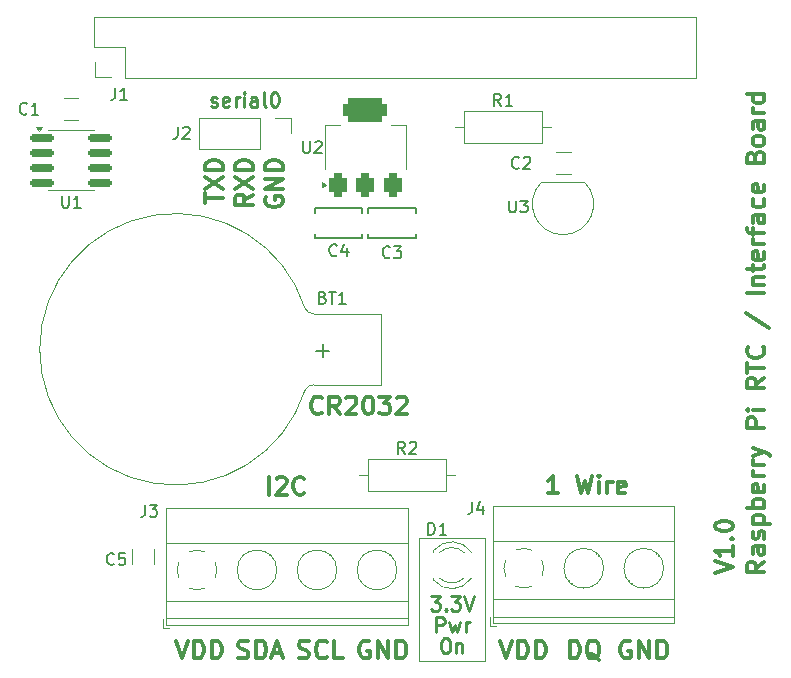
<source format=gto>
G04 #@! TF.GenerationSoftware,KiCad,Pcbnew,8.0.4*
G04 #@! TF.CreationDate,2024-07-21T17:31:12-07:00*
G04 #@! TF.ProjectId,RPi_RTC_Interface,5250695f-5254-4435-9f49-6e7465726661,V1.0*
G04 #@! TF.SameCoordinates,Original*
G04 #@! TF.FileFunction,Legend,Top*
G04 #@! TF.FilePolarity,Positive*
%FSLAX46Y46*%
G04 Gerber Fmt 4.6, Leading zero omitted, Abs format (unit mm)*
G04 Created by KiCad (PCBNEW 8.0.4) date 2024-07-21 17:31:12*
%MOMM*%
%LPD*%
G01*
G04 APERTURE LIST*
G04 Aperture macros list*
%AMRoundRect*
0 Rectangle with rounded corners*
0 $1 Rounding radius*
0 $2 $3 $4 $5 $6 $7 $8 $9 X,Y pos of 4 corners*
0 Add a 4 corners polygon primitive as box body*
4,1,4,$2,$3,$4,$5,$6,$7,$8,$9,$2,$3,0*
0 Add four circle primitives for the rounded corners*
1,1,$1+$1,$2,$3*
1,1,$1+$1,$4,$5*
1,1,$1+$1,$6,$7*
1,1,$1+$1,$8,$9*
0 Add four rect primitives between the rounded corners*
20,1,$1+$1,$2,$3,$4,$5,0*
20,1,$1+$1,$4,$5,$6,$7,0*
20,1,$1+$1,$6,$7,$8,$9,0*
20,1,$1+$1,$8,$9,$2,$3,0*%
G04 Aperture macros list end*
%ADD10C,0.100000*%
%ADD11C,0.300000*%
%ADD12C,0.250000*%
%ADD13C,0.150000*%
%ADD14C,0.120000*%
%ADD15C,0.127000*%
%ADD16R,2.600000X2.600000*%
%ADD17C,2.600000*%
%ADD18C,1.600000*%
%ADD19O,1.600000X1.600000*%
%ADD20C,2.700000*%
%ADD21R,1.700000X1.700000*%
%ADD22O,1.700000X1.700000*%
%ADD23C,1.354000*%
%ADD24RoundRect,0.375000X0.375000X-0.625000X0.375000X0.625000X-0.375000X0.625000X-0.375000X-0.625000X0*%
%ADD25RoundRect,0.500000X1.400000X-0.500000X1.400000X0.500000X-1.400000X0.500000X-1.400000X-0.500000X0*%
%ADD26R,3.000000X3.000000*%
%ADD27C,3.000000*%
%ADD28R,1.800000X1.800000*%
%ADD29C,1.800000*%
%ADD30RoundRect,0.150000X-0.825000X-0.150000X0.825000X-0.150000X0.825000X0.150000X-0.825000X0.150000X0*%
%ADD31R,1.050000X1.500000*%
%ADD32O,1.050000X1.500000*%
G04 APERTURE END LIST*
D10*
X151654000Y-128178000D02*
X157242000Y-128178000D01*
X157242000Y-138592000D01*
X151654000Y-138592000D01*
X151654000Y-128178000D01*
D11*
X143431143Y-117537471D02*
X143359715Y-117608900D01*
X143359715Y-117608900D02*
X143145429Y-117680328D01*
X143145429Y-117680328D02*
X143002572Y-117680328D01*
X143002572Y-117680328D02*
X142788286Y-117608900D01*
X142788286Y-117608900D02*
X142645429Y-117466042D01*
X142645429Y-117466042D02*
X142574000Y-117323185D01*
X142574000Y-117323185D02*
X142502572Y-117037471D01*
X142502572Y-117037471D02*
X142502572Y-116823185D01*
X142502572Y-116823185D02*
X142574000Y-116537471D01*
X142574000Y-116537471D02*
X142645429Y-116394614D01*
X142645429Y-116394614D02*
X142788286Y-116251757D01*
X142788286Y-116251757D02*
X143002572Y-116180328D01*
X143002572Y-116180328D02*
X143145429Y-116180328D01*
X143145429Y-116180328D02*
X143359715Y-116251757D01*
X143359715Y-116251757D02*
X143431143Y-116323185D01*
X144931143Y-117680328D02*
X144431143Y-116966042D01*
X144074000Y-117680328D02*
X144074000Y-116180328D01*
X144074000Y-116180328D02*
X144645429Y-116180328D01*
X144645429Y-116180328D02*
X144788286Y-116251757D01*
X144788286Y-116251757D02*
X144859715Y-116323185D01*
X144859715Y-116323185D02*
X144931143Y-116466042D01*
X144931143Y-116466042D02*
X144931143Y-116680328D01*
X144931143Y-116680328D02*
X144859715Y-116823185D01*
X144859715Y-116823185D02*
X144788286Y-116894614D01*
X144788286Y-116894614D02*
X144645429Y-116966042D01*
X144645429Y-116966042D02*
X144074000Y-116966042D01*
X145502572Y-116323185D02*
X145574000Y-116251757D01*
X145574000Y-116251757D02*
X145716858Y-116180328D01*
X145716858Y-116180328D02*
X146074000Y-116180328D01*
X146074000Y-116180328D02*
X146216858Y-116251757D01*
X146216858Y-116251757D02*
X146288286Y-116323185D01*
X146288286Y-116323185D02*
X146359715Y-116466042D01*
X146359715Y-116466042D02*
X146359715Y-116608900D01*
X146359715Y-116608900D02*
X146288286Y-116823185D01*
X146288286Y-116823185D02*
X145431143Y-117680328D01*
X145431143Y-117680328D02*
X146359715Y-117680328D01*
X147288286Y-116180328D02*
X147431143Y-116180328D01*
X147431143Y-116180328D02*
X147574000Y-116251757D01*
X147574000Y-116251757D02*
X147645429Y-116323185D01*
X147645429Y-116323185D02*
X147716857Y-116466042D01*
X147716857Y-116466042D02*
X147788286Y-116751757D01*
X147788286Y-116751757D02*
X147788286Y-117108900D01*
X147788286Y-117108900D02*
X147716857Y-117394614D01*
X147716857Y-117394614D02*
X147645429Y-117537471D01*
X147645429Y-117537471D02*
X147574000Y-117608900D01*
X147574000Y-117608900D02*
X147431143Y-117680328D01*
X147431143Y-117680328D02*
X147288286Y-117680328D01*
X147288286Y-117680328D02*
X147145429Y-117608900D01*
X147145429Y-117608900D02*
X147074000Y-117537471D01*
X147074000Y-117537471D02*
X147002571Y-117394614D01*
X147002571Y-117394614D02*
X146931143Y-117108900D01*
X146931143Y-117108900D02*
X146931143Y-116751757D01*
X146931143Y-116751757D02*
X147002571Y-116466042D01*
X147002571Y-116466042D02*
X147074000Y-116323185D01*
X147074000Y-116323185D02*
X147145429Y-116251757D01*
X147145429Y-116251757D02*
X147288286Y-116180328D01*
X148288285Y-116180328D02*
X149216857Y-116180328D01*
X149216857Y-116180328D02*
X148716857Y-116751757D01*
X148716857Y-116751757D02*
X148931142Y-116751757D01*
X148931142Y-116751757D02*
X149074000Y-116823185D01*
X149074000Y-116823185D02*
X149145428Y-116894614D01*
X149145428Y-116894614D02*
X149216857Y-117037471D01*
X149216857Y-117037471D02*
X149216857Y-117394614D01*
X149216857Y-117394614D02*
X149145428Y-117537471D01*
X149145428Y-117537471D02*
X149074000Y-117608900D01*
X149074000Y-117608900D02*
X148931142Y-117680328D01*
X148931142Y-117680328D02*
X148502571Y-117680328D01*
X148502571Y-117680328D02*
X148359714Y-117608900D01*
X148359714Y-117608900D02*
X148288285Y-117537471D01*
X149788285Y-116323185D02*
X149859713Y-116251757D01*
X149859713Y-116251757D02*
X150002571Y-116180328D01*
X150002571Y-116180328D02*
X150359713Y-116180328D01*
X150359713Y-116180328D02*
X150502571Y-116251757D01*
X150502571Y-116251757D02*
X150573999Y-116323185D01*
X150573999Y-116323185D02*
X150645428Y-116466042D01*
X150645428Y-116466042D02*
X150645428Y-116608900D01*
X150645428Y-116608900D02*
X150573999Y-116823185D01*
X150573999Y-116823185D02*
X149716856Y-117680328D01*
X149716856Y-117680328D02*
X150645428Y-117680328D01*
X147452143Y-136917757D02*
X147309286Y-136846328D01*
X147309286Y-136846328D02*
X147095000Y-136846328D01*
X147095000Y-136846328D02*
X146880714Y-136917757D01*
X146880714Y-136917757D02*
X146737857Y-137060614D01*
X146737857Y-137060614D02*
X146666428Y-137203471D01*
X146666428Y-137203471D02*
X146595000Y-137489185D01*
X146595000Y-137489185D02*
X146595000Y-137703471D01*
X146595000Y-137703471D02*
X146666428Y-137989185D01*
X146666428Y-137989185D02*
X146737857Y-138132042D01*
X146737857Y-138132042D02*
X146880714Y-138274900D01*
X146880714Y-138274900D02*
X147095000Y-138346328D01*
X147095000Y-138346328D02*
X147237857Y-138346328D01*
X147237857Y-138346328D02*
X147452143Y-138274900D01*
X147452143Y-138274900D02*
X147523571Y-138203471D01*
X147523571Y-138203471D02*
X147523571Y-137703471D01*
X147523571Y-137703471D02*
X147237857Y-137703471D01*
X148166428Y-138346328D02*
X148166428Y-136846328D01*
X148166428Y-136846328D02*
X149023571Y-138346328D01*
X149023571Y-138346328D02*
X149023571Y-136846328D01*
X149737857Y-138346328D02*
X149737857Y-136846328D01*
X149737857Y-136846328D02*
X150095000Y-136846328D01*
X150095000Y-136846328D02*
X150309286Y-136917757D01*
X150309286Y-136917757D02*
X150452143Y-137060614D01*
X150452143Y-137060614D02*
X150523572Y-137203471D01*
X150523572Y-137203471D02*
X150595000Y-137489185D01*
X150595000Y-137489185D02*
X150595000Y-137703471D01*
X150595000Y-137703471D02*
X150523572Y-137989185D01*
X150523572Y-137989185D02*
X150452143Y-138132042D01*
X150452143Y-138132042D02*
X150309286Y-138274900D01*
X150309286Y-138274900D02*
X150095000Y-138346328D01*
X150095000Y-138346328D02*
X149737857Y-138346328D01*
X176740328Y-131139774D02*
X178240328Y-130639774D01*
X178240328Y-130639774D02*
X176740328Y-130139774D01*
X178240328Y-128854060D02*
X178240328Y-129711203D01*
X178240328Y-129282632D02*
X176740328Y-129282632D01*
X176740328Y-129282632D02*
X176954614Y-129425489D01*
X176954614Y-129425489D02*
X177097471Y-129568346D01*
X177097471Y-129568346D02*
X177168900Y-129711203D01*
X178097471Y-128211204D02*
X178168900Y-128139775D01*
X178168900Y-128139775D02*
X178240328Y-128211204D01*
X178240328Y-128211204D02*
X178168900Y-128282632D01*
X178168900Y-128282632D02*
X178097471Y-128211204D01*
X178097471Y-128211204D02*
X178240328Y-128211204D01*
X176740328Y-127211203D02*
X176740328Y-127068346D01*
X176740328Y-127068346D02*
X176811757Y-126925489D01*
X176811757Y-126925489D02*
X176883185Y-126854061D01*
X176883185Y-126854061D02*
X177026042Y-126782632D01*
X177026042Y-126782632D02*
X177311757Y-126711203D01*
X177311757Y-126711203D02*
X177668900Y-126711203D01*
X177668900Y-126711203D02*
X177954614Y-126782632D01*
X177954614Y-126782632D02*
X178097471Y-126854061D01*
X178097471Y-126854061D02*
X178168900Y-126925489D01*
X178168900Y-126925489D02*
X178240328Y-127068346D01*
X178240328Y-127068346D02*
X178240328Y-127211203D01*
X178240328Y-127211203D02*
X178168900Y-127354061D01*
X178168900Y-127354061D02*
X178097471Y-127425489D01*
X178097471Y-127425489D02*
X177954614Y-127496918D01*
X177954614Y-127496918D02*
X177668900Y-127568346D01*
X177668900Y-127568346D02*
X177311757Y-127568346D01*
X177311757Y-127568346D02*
X177026042Y-127496918D01*
X177026042Y-127496918D02*
X176883185Y-127425489D01*
X176883185Y-127425489D02*
X176811757Y-127354061D01*
X176811757Y-127354061D02*
X176740328Y-127211203D01*
X180902828Y-130160346D02*
X180188542Y-130660346D01*
X180902828Y-131017489D02*
X179402828Y-131017489D01*
X179402828Y-131017489D02*
X179402828Y-130446060D01*
X179402828Y-130446060D02*
X179474257Y-130303203D01*
X179474257Y-130303203D02*
X179545685Y-130231774D01*
X179545685Y-130231774D02*
X179688542Y-130160346D01*
X179688542Y-130160346D02*
X179902828Y-130160346D01*
X179902828Y-130160346D02*
X180045685Y-130231774D01*
X180045685Y-130231774D02*
X180117114Y-130303203D01*
X180117114Y-130303203D02*
X180188542Y-130446060D01*
X180188542Y-130446060D02*
X180188542Y-131017489D01*
X180902828Y-128874632D02*
X180117114Y-128874632D01*
X180117114Y-128874632D02*
X179974257Y-128946060D01*
X179974257Y-128946060D02*
X179902828Y-129088917D01*
X179902828Y-129088917D02*
X179902828Y-129374632D01*
X179902828Y-129374632D02*
X179974257Y-129517489D01*
X180831400Y-128874632D02*
X180902828Y-129017489D01*
X180902828Y-129017489D02*
X180902828Y-129374632D01*
X180902828Y-129374632D02*
X180831400Y-129517489D01*
X180831400Y-129517489D02*
X180688542Y-129588917D01*
X180688542Y-129588917D02*
X180545685Y-129588917D01*
X180545685Y-129588917D02*
X180402828Y-129517489D01*
X180402828Y-129517489D02*
X180331400Y-129374632D01*
X180331400Y-129374632D02*
X180331400Y-129017489D01*
X180331400Y-129017489D02*
X180259971Y-128874632D01*
X180831400Y-128231774D02*
X180902828Y-128088917D01*
X180902828Y-128088917D02*
X180902828Y-127803203D01*
X180902828Y-127803203D02*
X180831400Y-127660346D01*
X180831400Y-127660346D02*
X180688542Y-127588917D01*
X180688542Y-127588917D02*
X180617114Y-127588917D01*
X180617114Y-127588917D02*
X180474257Y-127660346D01*
X180474257Y-127660346D02*
X180402828Y-127803203D01*
X180402828Y-127803203D02*
X180402828Y-128017489D01*
X180402828Y-128017489D02*
X180331400Y-128160346D01*
X180331400Y-128160346D02*
X180188542Y-128231774D01*
X180188542Y-128231774D02*
X180117114Y-128231774D01*
X180117114Y-128231774D02*
X179974257Y-128160346D01*
X179974257Y-128160346D02*
X179902828Y-128017489D01*
X179902828Y-128017489D02*
X179902828Y-127803203D01*
X179902828Y-127803203D02*
X179974257Y-127660346D01*
X179902828Y-126946060D02*
X181402828Y-126946060D01*
X179974257Y-126946060D02*
X179902828Y-126803203D01*
X179902828Y-126803203D02*
X179902828Y-126517488D01*
X179902828Y-126517488D02*
X179974257Y-126374631D01*
X179974257Y-126374631D02*
X180045685Y-126303203D01*
X180045685Y-126303203D02*
X180188542Y-126231774D01*
X180188542Y-126231774D02*
X180617114Y-126231774D01*
X180617114Y-126231774D02*
X180759971Y-126303203D01*
X180759971Y-126303203D02*
X180831400Y-126374631D01*
X180831400Y-126374631D02*
X180902828Y-126517488D01*
X180902828Y-126517488D02*
X180902828Y-126803203D01*
X180902828Y-126803203D02*
X180831400Y-126946060D01*
X180902828Y-125588917D02*
X179402828Y-125588917D01*
X179974257Y-125588917D02*
X179902828Y-125446060D01*
X179902828Y-125446060D02*
X179902828Y-125160345D01*
X179902828Y-125160345D02*
X179974257Y-125017488D01*
X179974257Y-125017488D02*
X180045685Y-124946060D01*
X180045685Y-124946060D02*
X180188542Y-124874631D01*
X180188542Y-124874631D02*
X180617114Y-124874631D01*
X180617114Y-124874631D02*
X180759971Y-124946060D01*
X180759971Y-124946060D02*
X180831400Y-125017488D01*
X180831400Y-125017488D02*
X180902828Y-125160345D01*
X180902828Y-125160345D02*
X180902828Y-125446060D01*
X180902828Y-125446060D02*
X180831400Y-125588917D01*
X180831400Y-123660345D02*
X180902828Y-123803202D01*
X180902828Y-123803202D02*
X180902828Y-124088917D01*
X180902828Y-124088917D02*
X180831400Y-124231774D01*
X180831400Y-124231774D02*
X180688542Y-124303202D01*
X180688542Y-124303202D02*
X180117114Y-124303202D01*
X180117114Y-124303202D02*
X179974257Y-124231774D01*
X179974257Y-124231774D02*
X179902828Y-124088917D01*
X179902828Y-124088917D02*
X179902828Y-123803202D01*
X179902828Y-123803202D02*
X179974257Y-123660345D01*
X179974257Y-123660345D02*
X180117114Y-123588917D01*
X180117114Y-123588917D02*
X180259971Y-123588917D01*
X180259971Y-123588917D02*
X180402828Y-124303202D01*
X180902828Y-122946060D02*
X179902828Y-122946060D01*
X180188542Y-122946060D02*
X180045685Y-122874631D01*
X180045685Y-122874631D02*
X179974257Y-122803203D01*
X179974257Y-122803203D02*
X179902828Y-122660345D01*
X179902828Y-122660345D02*
X179902828Y-122517488D01*
X180902828Y-122017489D02*
X179902828Y-122017489D01*
X180188542Y-122017489D02*
X180045685Y-121946060D01*
X180045685Y-121946060D02*
X179974257Y-121874632D01*
X179974257Y-121874632D02*
X179902828Y-121731774D01*
X179902828Y-121731774D02*
X179902828Y-121588917D01*
X179902828Y-121231775D02*
X180902828Y-120874632D01*
X179902828Y-120517489D02*
X180902828Y-120874632D01*
X180902828Y-120874632D02*
X181259971Y-121017489D01*
X181259971Y-121017489D02*
X181331400Y-121088918D01*
X181331400Y-121088918D02*
X181402828Y-121231775D01*
X180902828Y-118803204D02*
X179402828Y-118803204D01*
X179402828Y-118803204D02*
X179402828Y-118231775D01*
X179402828Y-118231775D02*
X179474257Y-118088918D01*
X179474257Y-118088918D02*
X179545685Y-118017489D01*
X179545685Y-118017489D02*
X179688542Y-117946061D01*
X179688542Y-117946061D02*
X179902828Y-117946061D01*
X179902828Y-117946061D02*
X180045685Y-118017489D01*
X180045685Y-118017489D02*
X180117114Y-118088918D01*
X180117114Y-118088918D02*
X180188542Y-118231775D01*
X180188542Y-118231775D02*
X180188542Y-118803204D01*
X180902828Y-117303204D02*
X179902828Y-117303204D01*
X179402828Y-117303204D02*
X179474257Y-117374632D01*
X179474257Y-117374632D02*
X179545685Y-117303204D01*
X179545685Y-117303204D02*
X179474257Y-117231775D01*
X179474257Y-117231775D02*
X179402828Y-117303204D01*
X179402828Y-117303204D02*
X179545685Y-117303204D01*
X180902828Y-114588918D02*
X180188542Y-115088918D01*
X180902828Y-115446061D02*
X179402828Y-115446061D01*
X179402828Y-115446061D02*
X179402828Y-114874632D01*
X179402828Y-114874632D02*
X179474257Y-114731775D01*
X179474257Y-114731775D02*
X179545685Y-114660346D01*
X179545685Y-114660346D02*
X179688542Y-114588918D01*
X179688542Y-114588918D02*
X179902828Y-114588918D01*
X179902828Y-114588918D02*
X180045685Y-114660346D01*
X180045685Y-114660346D02*
X180117114Y-114731775D01*
X180117114Y-114731775D02*
X180188542Y-114874632D01*
X180188542Y-114874632D02*
X180188542Y-115446061D01*
X179402828Y-114160346D02*
X179402828Y-113303204D01*
X180902828Y-113731775D02*
X179402828Y-113731775D01*
X180759971Y-111946061D02*
X180831400Y-112017489D01*
X180831400Y-112017489D02*
X180902828Y-112231775D01*
X180902828Y-112231775D02*
X180902828Y-112374632D01*
X180902828Y-112374632D02*
X180831400Y-112588918D01*
X180831400Y-112588918D02*
X180688542Y-112731775D01*
X180688542Y-112731775D02*
X180545685Y-112803204D01*
X180545685Y-112803204D02*
X180259971Y-112874632D01*
X180259971Y-112874632D02*
X180045685Y-112874632D01*
X180045685Y-112874632D02*
X179759971Y-112803204D01*
X179759971Y-112803204D02*
X179617114Y-112731775D01*
X179617114Y-112731775D02*
X179474257Y-112588918D01*
X179474257Y-112588918D02*
X179402828Y-112374632D01*
X179402828Y-112374632D02*
X179402828Y-112231775D01*
X179402828Y-112231775D02*
X179474257Y-112017489D01*
X179474257Y-112017489D02*
X179545685Y-111946061D01*
X179331400Y-109088918D02*
X181259971Y-110374632D01*
X180902828Y-107446061D02*
X179402828Y-107446061D01*
X179902828Y-106731775D02*
X180902828Y-106731775D01*
X180045685Y-106731775D02*
X179974257Y-106660346D01*
X179974257Y-106660346D02*
X179902828Y-106517489D01*
X179902828Y-106517489D02*
X179902828Y-106303203D01*
X179902828Y-106303203D02*
X179974257Y-106160346D01*
X179974257Y-106160346D02*
X180117114Y-106088918D01*
X180117114Y-106088918D02*
X180902828Y-106088918D01*
X179902828Y-105588917D02*
X179902828Y-105017489D01*
X179402828Y-105374632D02*
X180688542Y-105374632D01*
X180688542Y-105374632D02*
X180831400Y-105303203D01*
X180831400Y-105303203D02*
X180902828Y-105160346D01*
X180902828Y-105160346D02*
X180902828Y-105017489D01*
X180831400Y-103946060D02*
X180902828Y-104088917D01*
X180902828Y-104088917D02*
X180902828Y-104374632D01*
X180902828Y-104374632D02*
X180831400Y-104517489D01*
X180831400Y-104517489D02*
X180688542Y-104588917D01*
X180688542Y-104588917D02*
X180117114Y-104588917D01*
X180117114Y-104588917D02*
X179974257Y-104517489D01*
X179974257Y-104517489D02*
X179902828Y-104374632D01*
X179902828Y-104374632D02*
X179902828Y-104088917D01*
X179902828Y-104088917D02*
X179974257Y-103946060D01*
X179974257Y-103946060D02*
X180117114Y-103874632D01*
X180117114Y-103874632D02*
X180259971Y-103874632D01*
X180259971Y-103874632D02*
X180402828Y-104588917D01*
X180902828Y-103231775D02*
X179902828Y-103231775D01*
X180188542Y-103231775D02*
X180045685Y-103160346D01*
X180045685Y-103160346D02*
X179974257Y-103088918D01*
X179974257Y-103088918D02*
X179902828Y-102946060D01*
X179902828Y-102946060D02*
X179902828Y-102803203D01*
X179902828Y-102517489D02*
X179902828Y-101946061D01*
X180902828Y-102303204D02*
X179617114Y-102303204D01*
X179617114Y-102303204D02*
X179474257Y-102231775D01*
X179474257Y-102231775D02*
X179402828Y-102088918D01*
X179402828Y-102088918D02*
X179402828Y-101946061D01*
X180902828Y-100803204D02*
X180117114Y-100803204D01*
X180117114Y-100803204D02*
X179974257Y-100874632D01*
X179974257Y-100874632D02*
X179902828Y-101017489D01*
X179902828Y-101017489D02*
X179902828Y-101303204D01*
X179902828Y-101303204D02*
X179974257Y-101446061D01*
X180831400Y-100803204D02*
X180902828Y-100946061D01*
X180902828Y-100946061D02*
X180902828Y-101303204D01*
X180902828Y-101303204D02*
X180831400Y-101446061D01*
X180831400Y-101446061D02*
X180688542Y-101517489D01*
X180688542Y-101517489D02*
X180545685Y-101517489D01*
X180545685Y-101517489D02*
X180402828Y-101446061D01*
X180402828Y-101446061D02*
X180331400Y-101303204D01*
X180331400Y-101303204D02*
X180331400Y-100946061D01*
X180331400Y-100946061D02*
X180259971Y-100803204D01*
X180831400Y-99446061D02*
X180902828Y-99588918D01*
X180902828Y-99588918D02*
X180902828Y-99874632D01*
X180902828Y-99874632D02*
X180831400Y-100017489D01*
X180831400Y-100017489D02*
X180759971Y-100088918D01*
X180759971Y-100088918D02*
X180617114Y-100160346D01*
X180617114Y-100160346D02*
X180188542Y-100160346D01*
X180188542Y-100160346D02*
X180045685Y-100088918D01*
X180045685Y-100088918D02*
X179974257Y-100017489D01*
X179974257Y-100017489D02*
X179902828Y-99874632D01*
X179902828Y-99874632D02*
X179902828Y-99588918D01*
X179902828Y-99588918D02*
X179974257Y-99446061D01*
X180831400Y-98231775D02*
X180902828Y-98374632D01*
X180902828Y-98374632D02*
X180902828Y-98660347D01*
X180902828Y-98660347D02*
X180831400Y-98803204D01*
X180831400Y-98803204D02*
X180688542Y-98874632D01*
X180688542Y-98874632D02*
X180117114Y-98874632D01*
X180117114Y-98874632D02*
X179974257Y-98803204D01*
X179974257Y-98803204D02*
X179902828Y-98660347D01*
X179902828Y-98660347D02*
X179902828Y-98374632D01*
X179902828Y-98374632D02*
X179974257Y-98231775D01*
X179974257Y-98231775D02*
X180117114Y-98160347D01*
X180117114Y-98160347D02*
X180259971Y-98160347D01*
X180259971Y-98160347D02*
X180402828Y-98874632D01*
X180117114Y-95874633D02*
X180188542Y-95660347D01*
X180188542Y-95660347D02*
X180259971Y-95588918D01*
X180259971Y-95588918D02*
X180402828Y-95517490D01*
X180402828Y-95517490D02*
X180617114Y-95517490D01*
X180617114Y-95517490D02*
X180759971Y-95588918D01*
X180759971Y-95588918D02*
X180831400Y-95660347D01*
X180831400Y-95660347D02*
X180902828Y-95803204D01*
X180902828Y-95803204D02*
X180902828Y-96374633D01*
X180902828Y-96374633D02*
X179402828Y-96374633D01*
X179402828Y-96374633D02*
X179402828Y-95874633D01*
X179402828Y-95874633D02*
X179474257Y-95731776D01*
X179474257Y-95731776D02*
X179545685Y-95660347D01*
X179545685Y-95660347D02*
X179688542Y-95588918D01*
X179688542Y-95588918D02*
X179831400Y-95588918D01*
X179831400Y-95588918D02*
X179974257Y-95660347D01*
X179974257Y-95660347D02*
X180045685Y-95731776D01*
X180045685Y-95731776D02*
X180117114Y-95874633D01*
X180117114Y-95874633D02*
X180117114Y-96374633D01*
X180902828Y-94660347D02*
X180831400Y-94803204D01*
X180831400Y-94803204D02*
X180759971Y-94874633D01*
X180759971Y-94874633D02*
X180617114Y-94946061D01*
X180617114Y-94946061D02*
X180188542Y-94946061D01*
X180188542Y-94946061D02*
X180045685Y-94874633D01*
X180045685Y-94874633D02*
X179974257Y-94803204D01*
X179974257Y-94803204D02*
X179902828Y-94660347D01*
X179902828Y-94660347D02*
X179902828Y-94446061D01*
X179902828Y-94446061D02*
X179974257Y-94303204D01*
X179974257Y-94303204D02*
X180045685Y-94231776D01*
X180045685Y-94231776D02*
X180188542Y-94160347D01*
X180188542Y-94160347D02*
X180617114Y-94160347D01*
X180617114Y-94160347D02*
X180759971Y-94231776D01*
X180759971Y-94231776D02*
X180831400Y-94303204D01*
X180831400Y-94303204D02*
X180902828Y-94446061D01*
X180902828Y-94446061D02*
X180902828Y-94660347D01*
X180902828Y-92874633D02*
X180117114Y-92874633D01*
X180117114Y-92874633D02*
X179974257Y-92946061D01*
X179974257Y-92946061D02*
X179902828Y-93088918D01*
X179902828Y-93088918D02*
X179902828Y-93374633D01*
X179902828Y-93374633D02*
X179974257Y-93517490D01*
X180831400Y-92874633D02*
X180902828Y-93017490D01*
X180902828Y-93017490D02*
X180902828Y-93374633D01*
X180902828Y-93374633D02*
X180831400Y-93517490D01*
X180831400Y-93517490D02*
X180688542Y-93588918D01*
X180688542Y-93588918D02*
X180545685Y-93588918D01*
X180545685Y-93588918D02*
X180402828Y-93517490D01*
X180402828Y-93517490D02*
X180331400Y-93374633D01*
X180331400Y-93374633D02*
X180331400Y-93017490D01*
X180331400Y-93017490D02*
X180259971Y-92874633D01*
X180902828Y-92160347D02*
X179902828Y-92160347D01*
X180188542Y-92160347D02*
X180045685Y-92088918D01*
X180045685Y-92088918D02*
X179974257Y-92017490D01*
X179974257Y-92017490D02*
X179902828Y-91874632D01*
X179902828Y-91874632D02*
X179902828Y-91731775D01*
X180902828Y-90588919D02*
X179402828Y-90588919D01*
X180831400Y-90588919D02*
X180902828Y-90731776D01*
X180902828Y-90731776D02*
X180902828Y-91017490D01*
X180902828Y-91017490D02*
X180831400Y-91160347D01*
X180831400Y-91160347D02*
X180759971Y-91231776D01*
X180759971Y-91231776D02*
X180617114Y-91303204D01*
X180617114Y-91303204D02*
X180188542Y-91303204D01*
X180188542Y-91303204D02*
X180045685Y-91231776D01*
X180045685Y-91231776D02*
X179974257Y-91160347D01*
X179974257Y-91160347D02*
X179902828Y-91017490D01*
X179902828Y-91017490D02*
X179902828Y-90731776D01*
X179902828Y-90731776D02*
X179974257Y-90588919D01*
X131101000Y-136846328D02*
X131601000Y-138346328D01*
X131601000Y-138346328D02*
X132101000Y-136846328D01*
X132600999Y-138346328D02*
X132600999Y-136846328D01*
X132600999Y-136846328D02*
X132958142Y-136846328D01*
X132958142Y-136846328D02*
X133172428Y-136917757D01*
X133172428Y-136917757D02*
X133315285Y-137060614D01*
X133315285Y-137060614D02*
X133386714Y-137203471D01*
X133386714Y-137203471D02*
X133458142Y-137489185D01*
X133458142Y-137489185D02*
X133458142Y-137703471D01*
X133458142Y-137703471D02*
X133386714Y-137989185D01*
X133386714Y-137989185D02*
X133315285Y-138132042D01*
X133315285Y-138132042D02*
X133172428Y-138274900D01*
X133172428Y-138274900D02*
X132958142Y-138346328D01*
X132958142Y-138346328D02*
X132600999Y-138346328D01*
X134100999Y-138346328D02*
X134100999Y-136846328D01*
X134100999Y-136846328D02*
X134458142Y-136846328D01*
X134458142Y-136846328D02*
X134672428Y-136917757D01*
X134672428Y-136917757D02*
X134815285Y-137060614D01*
X134815285Y-137060614D02*
X134886714Y-137203471D01*
X134886714Y-137203471D02*
X134958142Y-137489185D01*
X134958142Y-137489185D02*
X134958142Y-137703471D01*
X134958142Y-137703471D02*
X134886714Y-137989185D01*
X134886714Y-137989185D02*
X134815285Y-138132042D01*
X134815285Y-138132042D02*
X134672428Y-138274900D01*
X134672428Y-138274900D02*
X134458142Y-138346328D01*
X134458142Y-138346328D02*
X134100999Y-138346328D01*
X158528000Y-136846328D02*
X159028000Y-138346328D01*
X159028000Y-138346328D02*
X159528000Y-136846328D01*
X160027999Y-138346328D02*
X160027999Y-136846328D01*
X160027999Y-136846328D02*
X160385142Y-136846328D01*
X160385142Y-136846328D02*
X160599428Y-136917757D01*
X160599428Y-136917757D02*
X160742285Y-137060614D01*
X160742285Y-137060614D02*
X160813714Y-137203471D01*
X160813714Y-137203471D02*
X160885142Y-137489185D01*
X160885142Y-137489185D02*
X160885142Y-137703471D01*
X160885142Y-137703471D02*
X160813714Y-137989185D01*
X160813714Y-137989185D02*
X160742285Y-138132042D01*
X160742285Y-138132042D02*
X160599428Y-138274900D01*
X160599428Y-138274900D02*
X160385142Y-138346328D01*
X160385142Y-138346328D02*
X160027999Y-138346328D01*
X161527999Y-138346328D02*
X161527999Y-136846328D01*
X161527999Y-136846328D02*
X161885142Y-136846328D01*
X161885142Y-136846328D02*
X162099428Y-136917757D01*
X162099428Y-136917757D02*
X162242285Y-137060614D01*
X162242285Y-137060614D02*
X162313714Y-137203471D01*
X162313714Y-137203471D02*
X162385142Y-137489185D01*
X162385142Y-137489185D02*
X162385142Y-137703471D01*
X162385142Y-137703471D02*
X162313714Y-137989185D01*
X162313714Y-137989185D02*
X162242285Y-138132042D01*
X162242285Y-138132042D02*
X162099428Y-138274900D01*
X162099428Y-138274900D02*
X161885142Y-138346328D01*
X161885142Y-138346328D02*
X161527999Y-138346328D01*
D12*
X153133714Y-136086142D02*
X153133714Y-134886142D01*
X153133714Y-134886142D02*
X153590857Y-134886142D01*
X153590857Y-134886142D02*
X153705142Y-134943285D01*
X153705142Y-134943285D02*
X153762285Y-135000428D01*
X153762285Y-135000428D02*
X153819428Y-135114714D01*
X153819428Y-135114714D02*
X153819428Y-135286142D01*
X153819428Y-135286142D02*
X153762285Y-135400428D01*
X153762285Y-135400428D02*
X153705142Y-135457571D01*
X153705142Y-135457571D02*
X153590857Y-135514714D01*
X153590857Y-135514714D02*
X153133714Y-135514714D01*
X154219428Y-135286142D02*
X154448000Y-136086142D01*
X154448000Y-136086142D02*
X154676571Y-135514714D01*
X154676571Y-135514714D02*
X154905142Y-136086142D01*
X154905142Y-136086142D02*
X155133714Y-135286142D01*
X155590857Y-136086142D02*
X155590857Y-135286142D01*
X155590857Y-135514714D02*
X155648000Y-135400428D01*
X155648000Y-135400428D02*
X155705143Y-135343285D01*
X155705143Y-135343285D02*
X155819428Y-135286142D01*
X155819428Y-135286142D02*
X155933714Y-135286142D01*
D11*
X138696757Y-99291939D02*
X138625328Y-99434797D01*
X138625328Y-99434797D02*
X138625328Y-99649082D01*
X138625328Y-99649082D02*
X138696757Y-99863368D01*
X138696757Y-99863368D02*
X138839614Y-100006225D01*
X138839614Y-100006225D02*
X138982471Y-100077654D01*
X138982471Y-100077654D02*
X139268185Y-100149082D01*
X139268185Y-100149082D02*
X139482471Y-100149082D01*
X139482471Y-100149082D02*
X139768185Y-100077654D01*
X139768185Y-100077654D02*
X139911042Y-100006225D01*
X139911042Y-100006225D02*
X140053900Y-99863368D01*
X140053900Y-99863368D02*
X140125328Y-99649082D01*
X140125328Y-99649082D02*
X140125328Y-99506225D01*
X140125328Y-99506225D02*
X140053900Y-99291939D01*
X140053900Y-99291939D02*
X139982471Y-99220511D01*
X139982471Y-99220511D02*
X139482471Y-99220511D01*
X139482471Y-99220511D02*
X139482471Y-99506225D01*
X140125328Y-98577654D02*
X138625328Y-98577654D01*
X138625328Y-98577654D02*
X140125328Y-97720511D01*
X140125328Y-97720511D02*
X138625328Y-97720511D01*
X140125328Y-97006225D02*
X138625328Y-97006225D01*
X138625328Y-97006225D02*
X138625328Y-96649082D01*
X138625328Y-96649082D02*
X138696757Y-96434796D01*
X138696757Y-96434796D02*
X138839614Y-96291939D01*
X138839614Y-96291939D02*
X138982471Y-96220510D01*
X138982471Y-96220510D02*
X139268185Y-96149082D01*
X139268185Y-96149082D02*
X139482471Y-96149082D01*
X139482471Y-96149082D02*
X139768185Y-96220510D01*
X139768185Y-96220510D02*
X139911042Y-96291939D01*
X139911042Y-96291939D02*
X140053900Y-96434796D01*
X140053900Y-96434796D02*
X140125328Y-96649082D01*
X140125328Y-96649082D02*
X140125328Y-97006225D01*
X138945714Y-124478328D02*
X138945714Y-122978328D01*
X139588572Y-123121185D02*
X139660000Y-123049757D01*
X139660000Y-123049757D02*
X139802858Y-122978328D01*
X139802858Y-122978328D02*
X140160000Y-122978328D01*
X140160000Y-122978328D02*
X140302858Y-123049757D01*
X140302858Y-123049757D02*
X140374286Y-123121185D01*
X140374286Y-123121185D02*
X140445715Y-123264042D01*
X140445715Y-123264042D02*
X140445715Y-123406900D01*
X140445715Y-123406900D02*
X140374286Y-123621185D01*
X140374286Y-123621185D02*
X139517143Y-124478328D01*
X139517143Y-124478328D02*
X140445715Y-124478328D01*
X141945714Y-124335471D02*
X141874286Y-124406900D01*
X141874286Y-124406900D02*
X141660000Y-124478328D01*
X141660000Y-124478328D02*
X141517143Y-124478328D01*
X141517143Y-124478328D02*
X141302857Y-124406900D01*
X141302857Y-124406900D02*
X141160000Y-124264042D01*
X141160000Y-124264042D02*
X141088571Y-124121185D01*
X141088571Y-124121185D02*
X141017143Y-123835471D01*
X141017143Y-123835471D02*
X141017143Y-123621185D01*
X141017143Y-123621185D02*
X141088571Y-123335471D01*
X141088571Y-123335471D02*
X141160000Y-123192614D01*
X141160000Y-123192614D02*
X141302857Y-123049757D01*
X141302857Y-123049757D02*
X141517143Y-122978328D01*
X141517143Y-122978328D02*
X141660000Y-122978328D01*
X141660000Y-122978328D02*
X141874286Y-123049757D01*
X141874286Y-123049757D02*
X141945714Y-123121185D01*
X133545328Y-99791938D02*
X133545328Y-98934796D01*
X135045328Y-99363367D02*
X133545328Y-99363367D01*
X133545328Y-98577653D02*
X135045328Y-97577653D01*
X133545328Y-97577653D02*
X135045328Y-98577653D01*
X135045328Y-97006225D02*
X133545328Y-97006225D01*
X133545328Y-97006225D02*
X133545328Y-96649082D01*
X133545328Y-96649082D02*
X133616757Y-96434796D01*
X133616757Y-96434796D02*
X133759614Y-96291939D01*
X133759614Y-96291939D02*
X133902471Y-96220510D01*
X133902471Y-96220510D02*
X134188185Y-96149082D01*
X134188185Y-96149082D02*
X134402471Y-96149082D01*
X134402471Y-96149082D02*
X134688185Y-96220510D01*
X134688185Y-96220510D02*
X134831042Y-96291939D01*
X134831042Y-96291939D02*
X134973900Y-96434796D01*
X134973900Y-96434796D02*
X135045328Y-96649082D01*
X135045328Y-96649082D02*
X135045328Y-97006225D01*
D12*
X134064857Y-91579000D02*
X134179143Y-91636142D01*
X134179143Y-91636142D02*
X134407714Y-91636142D01*
X134407714Y-91636142D02*
X134522000Y-91579000D01*
X134522000Y-91579000D02*
X134579143Y-91464714D01*
X134579143Y-91464714D02*
X134579143Y-91407571D01*
X134579143Y-91407571D02*
X134522000Y-91293285D01*
X134522000Y-91293285D02*
X134407714Y-91236142D01*
X134407714Y-91236142D02*
X134236286Y-91236142D01*
X134236286Y-91236142D02*
X134122000Y-91179000D01*
X134122000Y-91179000D02*
X134064857Y-91064714D01*
X134064857Y-91064714D02*
X134064857Y-91007571D01*
X134064857Y-91007571D02*
X134122000Y-90893285D01*
X134122000Y-90893285D02*
X134236286Y-90836142D01*
X134236286Y-90836142D02*
X134407714Y-90836142D01*
X134407714Y-90836142D02*
X134522000Y-90893285D01*
X135550572Y-91579000D02*
X135436286Y-91636142D01*
X135436286Y-91636142D02*
X135207715Y-91636142D01*
X135207715Y-91636142D02*
X135093429Y-91579000D01*
X135093429Y-91579000D02*
X135036286Y-91464714D01*
X135036286Y-91464714D02*
X135036286Y-91007571D01*
X135036286Y-91007571D02*
X135093429Y-90893285D01*
X135093429Y-90893285D02*
X135207715Y-90836142D01*
X135207715Y-90836142D02*
X135436286Y-90836142D01*
X135436286Y-90836142D02*
X135550572Y-90893285D01*
X135550572Y-90893285D02*
X135607715Y-91007571D01*
X135607715Y-91007571D02*
X135607715Y-91121857D01*
X135607715Y-91121857D02*
X135036286Y-91236142D01*
X136122000Y-91636142D02*
X136122000Y-90836142D01*
X136122000Y-91064714D02*
X136179143Y-90950428D01*
X136179143Y-90950428D02*
X136236286Y-90893285D01*
X136236286Y-90893285D02*
X136350571Y-90836142D01*
X136350571Y-90836142D02*
X136464857Y-90836142D01*
X136864857Y-91636142D02*
X136864857Y-90836142D01*
X136864857Y-90436142D02*
X136807714Y-90493285D01*
X136807714Y-90493285D02*
X136864857Y-90550428D01*
X136864857Y-90550428D02*
X136922000Y-90493285D01*
X136922000Y-90493285D02*
X136864857Y-90436142D01*
X136864857Y-90436142D02*
X136864857Y-90550428D01*
X137950572Y-91636142D02*
X137950572Y-91007571D01*
X137950572Y-91007571D02*
X137893429Y-90893285D01*
X137893429Y-90893285D02*
X137779143Y-90836142D01*
X137779143Y-90836142D02*
X137550572Y-90836142D01*
X137550572Y-90836142D02*
X137436286Y-90893285D01*
X137950572Y-91579000D02*
X137836286Y-91636142D01*
X137836286Y-91636142D02*
X137550572Y-91636142D01*
X137550572Y-91636142D02*
X137436286Y-91579000D01*
X137436286Y-91579000D02*
X137379143Y-91464714D01*
X137379143Y-91464714D02*
X137379143Y-91350428D01*
X137379143Y-91350428D02*
X137436286Y-91236142D01*
X137436286Y-91236142D02*
X137550572Y-91179000D01*
X137550572Y-91179000D02*
X137836286Y-91179000D01*
X137836286Y-91179000D02*
X137950572Y-91121857D01*
X138693428Y-91636142D02*
X138579143Y-91579000D01*
X138579143Y-91579000D02*
X138522000Y-91464714D01*
X138522000Y-91464714D02*
X138522000Y-90436142D01*
X139379142Y-90436142D02*
X139493428Y-90436142D01*
X139493428Y-90436142D02*
X139607714Y-90493285D01*
X139607714Y-90493285D02*
X139664857Y-90550428D01*
X139664857Y-90550428D02*
X139721999Y-90664714D01*
X139721999Y-90664714D02*
X139779142Y-90893285D01*
X139779142Y-90893285D02*
X139779142Y-91179000D01*
X139779142Y-91179000D02*
X139721999Y-91407571D01*
X139721999Y-91407571D02*
X139664857Y-91521857D01*
X139664857Y-91521857D02*
X139607714Y-91579000D01*
X139607714Y-91579000D02*
X139493428Y-91636142D01*
X139493428Y-91636142D02*
X139379142Y-91636142D01*
X139379142Y-91636142D02*
X139264857Y-91579000D01*
X139264857Y-91579000D02*
X139207714Y-91521857D01*
X139207714Y-91521857D02*
X139150571Y-91407571D01*
X139150571Y-91407571D02*
X139093428Y-91179000D01*
X139093428Y-91179000D02*
X139093428Y-90893285D01*
X139093428Y-90893285D02*
X139150571Y-90664714D01*
X139150571Y-90664714D02*
X139207714Y-90550428D01*
X139207714Y-90550428D02*
X139264857Y-90493285D01*
X139264857Y-90493285D02*
X139379142Y-90436142D01*
D11*
X137585328Y-99077653D02*
X136871042Y-99577653D01*
X137585328Y-99934796D02*
X136085328Y-99934796D01*
X136085328Y-99934796D02*
X136085328Y-99363367D01*
X136085328Y-99363367D02*
X136156757Y-99220510D01*
X136156757Y-99220510D02*
X136228185Y-99149081D01*
X136228185Y-99149081D02*
X136371042Y-99077653D01*
X136371042Y-99077653D02*
X136585328Y-99077653D01*
X136585328Y-99077653D02*
X136728185Y-99149081D01*
X136728185Y-99149081D02*
X136799614Y-99220510D01*
X136799614Y-99220510D02*
X136871042Y-99363367D01*
X136871042Y-99363367D02*
X136871042Y-99934796D01*
X136085328Y-98577653D02*
X137585328Y-97577653D01*
X136085328Y-97577653D02*
X137585328Y-98577653D01*
X137585328Y-97006225D02*
X136085328Y-97006225D01*
X136085328Y-97006225D02*
X136085328Y-96649082D01*
X136085328Y-96649082D02*
X136156757Y-96434796D01*
X136156757Y-96434796D02*
X136299614Y-96291939D01*
X136299614Y-96291939D02*
X136442471Y-96220510D01*
X136442471Y-96220510D02*
X136728185Y-96149082D01*
X136728185Y-96149082D02*
X136942471Y-96149082D01*
X136942471Y-96149082D02*
X137228185Y-96220510D01*
X137228185Y-96220510D02*
X137371042Y-96291939D01*
X137371042Y-96291939D02*
X137513900Y-96434796D01*
X137513900Y-96434796D02*
X137585328Y-96649082D01*
X137585328Y-96649082D02*
X137585328Y-97006225D01*
D12*
X153790857Y-136664142D02*
X154019429Y-136664142D01*
X154019429Y-136664142D02*
X154133714Y-136721285D01*
X154133714Y-136721285D02*
X154248000Y-136835571D01*
X154248000Y-136835571D02*
X154305143Y-137064142D01*
X154305143Y-137064142D02*
X154305143Y-137464142D01*
X154305143Y-137464142D02*
X154248000Y-137692714D01*
X154248000Y-137692714D02*
X154133714Y-137807000D01*
X154133714Y-137807000D02*
X154019429Y-137864142D01*
X154019429Y-137864142D02*
X153790857Y-137864142D01*
X153790857Y-137864142D02*
X153676572Y-137807000D01*
X153676572Y-137807000D02*
X153562286Y-137692714D01*
X153562286Y-137692714D02*
X153505143Y-137464142D01*
X153505143Y-137464142D02*
X153505143Y-137064142D01*
X153505143Y-137064142D02*
X153562286Y-136835571D01*
X153562286Y-136835571D02*
X153676572Y-136721285D01*
X153676572Y-136721285D02*
X153790857Y-136664142D01*
X154819429Y-137064142D02*
X154819429Y-137864142D01*
X154819429Y-137178428D02*
X154876572Y-137121285D01*
X154876572Y-137121285D02*
X154990857Y-137064142D01*
X154990857Y-137064142D02*
X155162286Y-137064142D01*
X155162286Y-137064142D02*
X155276572Y-137121285D01*
X155276572Y-137121285D02*
X155333715Y-137235571D01*
X155333715Y-137235571D02*
X155333715Y-137864142D01*
D11*
X136359572Y-138274900D02*
X136573858Y-138346328D01*
X136573858Y-138346328D02*
X136931000Y-138346328D01*
X136931000Y-138346328D02*
X137073858Y-138274900D01*
X137073858Y-138274900D02*
X137145286Y-138203471D01*
X137145286Y-138203471D02*
X137216715Y-138060614D01*
X137216715Y-138060614D02*
X137216715Y-137917757D01*
X137216715Y-137917757D02*
X137145286Y-137774900D01*
X137145286Y-137774900D02*
X137073858Y-137703471D01*
X137073858Y-137703471D02*
X136931000Y-137632042D01*
X136931000Y-137632042D02*
X136645286Y-137560614D01*
X136645286Y-137560614D02*
X136502429Y-137489185D01*
X136502429Y-137489185D02*
X136431000Y-137417757D01*
X136431000Y-137417757D02*
X136359572Y-137274900D01*
X136359572Y-137274900D02*
X136359572Y-137132042D01*
X136359572Y-137132042D02*
X136431000Y-136989185D01*
X136431000Y-136989185D02*
X136502429Y-136917757D01*
X136502429Y-136917757D02*
X136645286Y-136846328D01*
X136645286Y-136846328D02*
X137002429Y-136846328D01*
X137002429Y-136846328D02*
X137216715Y-136917757D01*
X137859571Y-138346328D02*
X137859571Y-136846328D01*
X137859571Y-136846328D02*
X138216714Y-136846328D01*
X138216714Y-136846328D02*
X138431000Y-136917757D01*
X138431000Y-136917757D02*
X138573857Y-137060614D01*
X138573857Y-137060614D02*
X138645286Y-137203471D01*
X138645286Y-137203471D02*
X138716714Y-137489185D01*
X138716714Y-137489185D02*
X138716714Y-137703471D01*
X138716714Y-137703471D02*
X138645286Y-137989185D01*
X138645286Y-137989185D02*
X138573857Y-138132042D01*
X138573857Y-138132042D02*
X138431000Y-138274900D01*
X138431000Y-138274900D02*
X138216714Y-138346328D01*
X138216714Y-138346328D02*
X137859571Y-138346328D01*
X139288143Y-137917757D02*
X140002429Y-137917757D01*
X139145286Y-138346328D02*
X139645286Y-136846328D01*
X139645286Y-136846328D02*
X140145286Y-138346328D01*
X141475286Y-138274900D02*
X141689572Y-138346328D01*
X141689572Y-138346328D02*
X142046714Y-138346328D01*
X142046714Y-138346328D02*
X142189572Y-138274900D01*
X142189572Y-138274900D02*
X142261000Y-138203471D01*
X142261000Y-138203471D02*
X142332429Y-138060614D01*
X142332429Y-138060614D02*
X142332429Y-137917757D01*
X142332429Y-137917757D02*
X142261000Y-137774900D01*
X142261000Y-137774900D02*
X142189572Y-137703471D01*
X142189572Y-137703471D02*
X142046714Y-137632042D01*
X142046714Y-137632042D02*
X141761000Y-137560614D01*
X141761000Y-137560614D02*
X141618143Y-137489185D01*
X141618143Y-137489185D02*
X141546714Y-137417757D01*
X141546714Y-137417757D02*
X141475286Y-137274900D01*
X141475286Y-137274900D02*
X141475286Y-137132042D01*
X141475286Y-137132042D02*
X141546714Y-136989185D01*
X141546714Y-136989185D02*
X141618143Y-136917757D01*
X141618143Y-136917757D02*
X141761000Y-136846328D01*
X141761000Y-136846328D02*
X142118143Y-136846328D01*
X142118143Y-136846328D02*
X142332429Y-136917757D01*
X143832428Y-138203471D02*
X143761000Y-138274900D01*
X143761000Y-138274900D02*
X143546714Y-138346328D01*
X143546714Y-138346328D02*
X143403857Y-138346328D01*
X143403857Y-138346328D02*
X143189571Y-138274900D01*
X143189571Y-138274900D02*
X143046714Y-138132042D01*
X143046714Y-138132042D02*
X142975285Y-137989185D01*
X142975285Y-137989185D02*
X142903857Y-137703471D01*
X142903857Y-137703471D02*
X142903857Y-137489185D01*
X142903857Y-137489185D02*
X142975285Y-137203471D01*
X142975285Y-137203471D02*
X143046714Y-137060614D01*
X143046714Y-137060614D02*
X143189571Y-136917757D01*
X143189571Y-136917757D02*
X143403857Y-136846328D01*
X143403857Y-136846328D02*
X143546714Y-136846328D01*
X143546714Y-136846328D02*
X143761000Y-136917757D01*
X143761000Y-136917757D02*
X143832428Y-136989185D01*
X145189571Y-138346328D02*
X144475285Y-138346328D01*
X144475285Y-138346328D02*
X144475285Y-136846328D01*
X169545143Y-136917757D02*
X169402286Y-136846328D01*
X169402286Y-136846328D02*
X169188000Y-136846328D01*
X169188000Y-136846328D02*
X168973714Y-136917757D01*
X168973714Y-136917757D02*
X168830857Y-137060614D01*
X168830857Y-137060614D02*
X168759428Y-137203471D01*
X168759428Y-137203471D02*
X168688000Y-137489185D01*
X168688000Y-137489185D02*
X168688000Y-137703471D01*
X168688000Y-137703471D02*
X168759428Y-137989185D01*
X168759428Y-137989185D02*
X168830857Y-138132042D01*
X168830857Y-138132042D02*
X168973714Y-138274900D01*
X168973714Y-138274900D02*
X169188000Y-138346328D01*
X169188000Y-138346328D02*
X169330857Y-138346328D01*
X169330857Y-138346328D02*
X169545143Y-138274900D01*
X169545143Y-138274900D02*
X169616571Y-138203471D01*
X169616571Y-138203471D02*
X169616571Y-137703471D01*
X169616571Y-137703471D02*
X169330857Y-137703471D01*
X170259428Y-138346328D02*
X170259428Y-136846328D01*
X170259428Y-136846328D02*
X171116571Y-138346328D01*
X171116571Y-138346328D02*
X171116571Y-136846328D01*
X171830857Y-138346328D02*
X171830857Y-136846328D01*
X171830857Y-136846328D02*
X172188000Y-136846328D01*
X172188000Y-136846328D02*
X172402286Y-136917757D01*
X172402286Y-136917757D02*
X172545143Y-137060614D01*
X172545143Y-137060614D02*
X172616572Y-137203471D01*
X172616572Y-137203471D02*
X172688000Y-137489185D01*
X172688000Y-137489185D02*
X172688000Y-137703471D01*
X172688000Y-137703471D02*
X172616572Y-137989185D01*
X172616572Y-137989185D02*
X172545143Y-138132042D01*
X172545143Y-138132042D02*
X172402286Y-138274900D01*
X172402286Y-138274900D02*
X172188000Y-138346328D01*
X172188000Y-138346328D02*
X171830857Y-138346328D01*
D12*
X152676571Y-133108142D02*
X153419428Y-133108142D01*
X153419428Y-133108142D02*
X153019428Y-133565285D01*
X153019428Y-133565285D02*
X153190857Y-133565285D01*
X153190857Y-133565285D02*
X153305143Y-133622428D01*
X153305143Y-133622428D02*
X153362285Y-133679571D01*
X153362285Y-133679571D02*
X153419428Y-133793857D01*
X153419428Y-133793857D02*
X153419428Y-134079571D01*
X153419428Y-134079571D02*
X153362285Y-134193857D01*
X153362285Y-134193857D02*
X153305143Y-134251000D01*
X153305143Y-134251000D02*
X153190857Y-134308142D01*
X153190857Y-134308142D02*
X152848000Y-134308142D01*
X152848000Y-134308142D02*
X152733714Y-134251000D01*
X152733714Y-134251000D02*
X152676571Y-134193857D01*
X153933714Y-134193857D02*
X153990857Y-134251000D01*
X153990857Y-134251000D02*
X153933714Y-134308142D01*
X153933714Y-134308142D02*
X153876571Y-134251000D01*
X153876571Y-134251000D02*
X153933714Y-134193857D01*
X153933714Y-134193857D02*
X153933714Y-134308142D01*
X154390857Y-133108142D02*
X155133714Y-133108142D01*
X155133714Y-133108142D02*
X154733714Y-133565285D01*
X154733714Y-133565285D02*
X154905143Y-133565285D01*
X154905143Y-133565285D02*
X155019429Y-133622428D01*
X155019429Y-133622428D02*
X155076571Y-133679571D01*
X155076571Y-133679571D02*
X155133714Y-133793857D01*
X155133714Y-133793857D02*
X155133714Y-134079571D01*
X155133714Y-134079571D02*
X155076571Y-134193857D01*
X155076571Y-134193857D02*
X155019429Y-134251000D01*
X155019429Y-134251000D02*
X154905143Y-134308142D01*
X154905143Y-134308142D02*
X154562286Y-134308142D01*
X154562286Y-134308142D02*
X154448000Y-134251000D01*
X154448000Y-134251000D02*
X154390857Y-134193857D01*
X155476571Y-133108142D02*
X155876571Y-134308142D01*
X155876571Y-134308142D02*
X156276571Y-133108142D01*
D11*
X164429428Y-138346328D02*
X164429428Y-136846328D01*
X164429428Y-136846328D02*
X164786571Y-136846328D01*
X164786571Y-136846328D02*
X165000857Y-136917757D01*
X165000857Y-136917757D02*
X165143714Y-137060614D01*
X165143714Y-137060614D02*
X165215143Y-137203471D01*
X165215143Y-137203471D02*
X165286571Y-137489185D01*
X165286571Y-137489185D02*
X165286571Y-137703471D01*
X165286571Y-137703471D02*
X165215143Y-137989185D01*
X165215143Y-137989185D02*
X165143714Y-138132042D01*
X165143714Y-138132042D02*
X165000857Y-138274900D01*
X165000857Y-138274900D02*
X164786571Y-138346328D01*
X164786571Y-138346328D02*
X164429428Y-138346328D01*
X166929428Y-138489185D02*
X166786571Y-138417757D01*
X166786571Y-138417757D02*
X166643714Y-138274900D01*
X166643714Y-138274900D02*
X166429428Y-138060614D01*
X166429428Y-138060614D02*
X166286571Y-137989185D01*
X166286571Y-137989185D02*
X166143714Y-137989185D01*
X166215143Y-138346328D02*
X166072286Y-138274900D01*
X166072286Y-138274900D02*
X165929428Y-138132042D01*
X165929428Y-138132042D02*
X165858000Y-137846328D01*
X165858000Y-137846328D02*
X165858000Y-137346328D01*
X165858000Y-137346328D02*
X165929428Y-137060614D01*
X165929428Y-137060614D02*
X166072286Y-136917757D01*
X166072286Y-136917757D02*
X166215143Y-136846328D01*
X166215143Y-136846328D02*
X166500857Y-136846328D01*
X166500857Y-136846328D02*
X166643714Y-136917757D01*
X166643714Y-136917757D02*
X166786571Y-137060614D01*
X166786571Y-137060614D02*
X166858000Y-137346328D01*
X166858000Y-137346328D02*
X166858000Y-137846328D01*
X166858000Y-137846328D02*
X166786571Y-138132042D01*
X166786571Y-138132042D02*
X166643714Y-138274900D01*
X166643714Y-138274900D02*
X166500857Y-138346328D01*
X166500857Y-138346328D02*
X166215143Y-138346328D01*
X163397715Y-124376328D02*
X162540572Y-124376328D01*
X162969143Y-124376328D02*
X162969143Y-122876328D01*
X162969143Y-122876328D02*
X162826286Y-123090614D01*
X162826286Y-123090614D02*
X162683429Y-123233471D01*
X162683429Y-123233471D02*
X162540572Y-123304900D01*
X165040571Y-122876328D02*
X165397714Y-124376328D01*
X165397714Y-124376328D02*
X165683428Y-123304900D01*
X165683428Y-123304900D02*
X165969143Y-124376328D01*
X165969143Y-124376328D02*
X166326286Y-122876328D01*
X166897714Y-124376328D02*
X166897714Y-123376328D01*
X166897714Y-122876328D02*
X166826286Y-122947757D01*
X166826286Y-122947757D02*
X166897714Y-123019185D01*
X166897714Y-123019185D02*
X166969143Y-122947757D01*
X166969143Y-122947757D02*
X166897714Y-122876328D01*
X166897714Y-122876328D02*
X166897714Y-123019185D01*
X167612000Y-124376328D02*
X167612000Y-123376328D01*
X167612000Y-123662042D02*
X167683429Y-123519185D01*
X167683429Y-123519185D02*
X167754858Y-123447757D01*
X167754858Y-123447757D02*
X167897715Y-123376328D01*
X167897715Y-123376328D02*
X168040572Y-123376328D01*
X169112000Y-124304900D02*
X168969143Y-124376328D01*
X168969143Y-124376328D02*
X168683429Y-124376328D01*
X168683429Y-124376328D02*
X168540571Y-124304900D01*
X168540571Y-124304900D02*
X168469143Y-124162042D01*
X168469143Y-124162042D02*
X168469143Y-123590614D01*
X168469143Y-123590614D02*
X168540571Y-123447757D01*
X168540571Y-123447757D02*
X168683429Y-123376328D01*
X168683429Y-123376328D02*
X168969143Y-123376328D01*
X168969143Y-123376328D02*
X169112000Y-123447757D01*
X169112000Y-123447757D02*
X169183429Y-123590614D01*
X169183429Y-123590614D02*
X169183429Y-123733471D01*
X169183429Y-123733471D02*
X168469143Y-123876328D01*
D13*
X156146666Y-125092819D02*
X156146666Y-125807104D01*
X156146666Y-125807104D02*
X156099047Y-125949961D01*
X156099047Y-125949961D02*
X156003809Y-126045200D01*
X156003809Y-126045200D02*
X155860952Y-126092819D01*
X155860952Y-126092819D02*
X155765714Y-126092819D01*
X157051428Y-125426152D02*
X157051428Y-126092819D01*
X156813333Y-125045200D02*
X156575238Y-125759485D01*
X156575238Y-125759485D02*
X157194285Y-125759485D01*
X158599333Y-91548819D02*
X158266000Y-91072628D01*
X158027905Y-91548819D02*
X158027905Y-90548819D01*
X158027905Y-90548819D02*
X158408857Y-90548819D01*
X158408857Y-90548819D02*
X158504095Y-90596438D01*
X158504095Y-90596438D02*
X158551714Y-90644057D01*
X158551714Y-90644057D02*
X158599333Y-90739295D01*
X158599333Y-90739295D02*
X158599333Y-90882152D01*
X158599333Y-90882152D02*
X158551714Y-90977390D01*
X158551714Y-90977390D02*
X158504095Y-91025009D01*
X158504095Y-91025009D02*
X158408857Y-91072628D01*
X158408857Y-91072628D02*
X158027905Y-91072628D01*
X159551714Y-91548819D02*
X158980286Y-91548819D01*
X159266000Y-91548819D02*
X159266000Y-90548819D01*
X159266000Y-90548819D02*
X159170762Y-90691676D01*
X159170762Y-90691676D02*
X159075524Y-90786914D01*
X159075524Y-90786914D02*
X158980286Y-90834533D01*
X131239666Y-93342819D02*
X131239666Y-94057104D01*
X131239666Y-94057104D02*
X131192047Y-94199961D01*
X131192047Y-94199961D02*
X131096809Y-94295200D01*
X131096809Y-94295200D02*
X130953952Y-94342819D01*
X130953952Y-94342819D02*
X130858714Y-94342819D01*
X131668238Y-93438057D02*
X131715857Y-93390438D01*
X131715857Y-93390438D02*
X131811095Y-93342819D01*
X131811095Y-93342819D02*
X132049190Y-93342819D01*
X132049190Y-93342819D02*
X132144428Y-93390438D01*
X132144428Y-93390438D02*
X132192047Y-93438057D01*
X132192047Y-93438057D02*
X132239666Y-93533295D01*
X132239666Y-93533295D02*
X132239666Y-93628533D01*
X132239666Y-93628533D02*
X132192047Y-93771390D01*
X132192047Y-93771390D02*
X131620619Y-94342819D01*
X131620619Y-94342819D02*
X132239666Y-94342819D01*
X160123333Y-96787580D02*
X160075714Y-96835200D01*
X160075714Y-96835200D02*
X159932857Y-96882819D01*
X159932857Y-96882819D02*
X159837619Y-96882819D01*
X159837619Y-96882819D02*
X159694762Y-96835200D01*
X159694762Y-96835200D02*
X159599524Y-96739961D01*
X159599524Y-96739961D02*
X159551905Y-96644723D01*
X159551905Y-96644723D02*
X159504286Y-96454247D01*
X159504286Y-96454247D02*
X159504286Y-96311390D01*
X159504286Y-96311390D02*
X159551905Y-96120914D01*
X159551905Y-96120914D02*
X159599524Y-96025676D01*
X159599524Y-96025676D02*
X159694762Y-95930438D01*
X159694762Y-95930438D02*
X159837619Y-95882819D01*
X159837619Y-95882819D02*
X159932857Y-95882819D01*
X159932857Y-95882819D02*
X160075714Y-95930438D01*
X160075714Y-95930438D02*
X160123333Y-95978057D01*
X160504286Y-95978057D02*
X160551905Y-95930438D01*
X160551905Y-95930438D02*
X160647143Y-95882819D01*
X160647143Y-95882819D02*
X160885238Y-95882819D01*
X160885238Y-95882819D02*
X160980476Y-95930438D01*
X160980476Y-95930438D02*
X161028095Y-95978057D01*
X161028095Y-95978057D02*
X161075714Y-96073295D01*
X161075714Y-96073295D02*
X161075714Y-96168533D01*
X161075714Y-96168533D02*
X161028095Y-96311390D01*
X161028095Y-96311390D02*
X160456667Y-96882819D01*
X160456667Y-96882819D02*
X161075714Y-96882819D01*
X149193333Y-104367580D02*
X149145714Y-104415200D01*
X149145714Y-104415200D02*
X149002857Y-104462819D01*
X149002857Y-104462819D02*
X148907619Y-104462819D01*
X148907619Y-104462819D02*
X148764762Y-104415200D01*
X148764762Y-104415200D02*
X148669524Y-104319961D01*
X148669524Y-104319961D02*
X148621905Y-104224723D01*
X148621905Y-104224723D02*
X148574286Y-104034247D01*
X148574286Y-104034247D02*
X148574286Y-103891390D01*
X148574286Y-103891390D02*
X148621905Y-103700914D01*
X148621905Y-103700914D02*
X148669524Y-103605676D01*
X148669524Y-103605676D02*
X148764762Y-103510438D01*
X148764762Y-103510438D02*
X148907619Y-103462819D01*
X148907619Y-103462819D02*
X149002857Y-103462819D01*
X149002857Y-103462819D02*
X149145714Y-103510438D01*
X149145714Y-103510438D02*
X149193333Y-103558057D01*
X149526667Y-103462819D02*
X150145714Y-103462819D01*
X150145714Y-103462819D02*
X149812381Y-103843771D01*
X149812381Y-103843771D02*
X149955238Y-103843771D01*
X149955238Y-103843771D02*
X150050476Y-103891390D01*
X150050476Y-103891390D02*
X150098095Y-103939009D01*
X150098095Y-103939009D02*
X150145714Y-104034247D01*
X150145714Y-104034247D02*
X150145714Y-104272342D01*
X150145714Y-104272342D02*
X150098095Y-104367580D01*
X150098095Y-104367580D02*
X150050476Y-104415200D01*
X150050476Y-104415200D02*
X149955238Y-104462819D01*
X149955238Y-104462819D02*
X149669524Y-104462819D01*
X149669524Y-104462819D02*
X149574286Y-104415200D01*
X149574286Y-104415200D02*
X149526667Y-104367580D01*
X118467333Y-92213580D02*
X118419714Y-92261200D01*
X118419714Y-92261200D02*
X118276857Y-92308819D01*
X118276857Y-92308819D02*
X118181619Y-92308819D01*
X118181619Y-92308819D02*
X118038762Y-92261200D01*
X118038762Y-92261200D02*
X117943524Y-92165961D01*
X117943524Y-92165961D02*
X117895905Y-92070723D01*
X117895905Y-92070723D02*
X117848286Y-91880247D01*
X117848286Y-91880247D02*
X117848286Y-91737390D01*
X117848286Y-91737390D02*
X117895905Y-91546914D01*
X117895905Y-91546914D02*
X117943524Y-91451676D01*
X117943524Y-91451676D02*
X118038762Y-91356438D01*
X118038762Y-91356438D02*
X118181619Y-91308819D01*
X118181619Y-91308819D02*
X118276857Y-91308819D01*
X118276857Y-91308819D02*
X118419714Y-91356438D01*
X118419714Y-91356438D02*
X118467333Y-91404057D01*
X119419714Y-92308819D02*
X118848286Y-92308819D01*
X119134000Y-92308819D02*
X119134000Y-91308819D01*
X119134000Y-91308819D02*
X119038762Y-91451676D01*
X119038762Y-91451676D02*
X118943524Y-91546914D01*
X118943524Y-91546914D02*
X118848286Y-91594533D01*
X125920666Y-90040819D02*
X125920666Y-90755104D01*
X125920666Y-90755104D02*
X125873047Y-90897961D01*
X125873047Y-90897961D02*
X125777809Y-90993200D01*
X125777809Y-90993200D02*
X125634952Y-91040819D01*
X125634952Y-91040819D02*
X125539714Y-91040819D01*
X126920666Y-91040819D02*
X126349238Y-91040819D01*
X126634952Y-91040819D02*
X126634952Y-90040819D01*
X126634952Y-90040819D02*
X126539714Y-90183676D01*
X126539714Y-90183676D02*
X126444476Y-90278914D01*
X126444476Y-90278914D02*
X126349238Y-90326533D01*
X128460666Y-125346819D02*
X128460666Y-126061104D01*
X128460666Y-126061104D02*
X128413047Y-126203961D01*
X128413047Y-126203961D02*
X128317809Y-126299200D01*
X128317809Y-126299200D02*
X128174952Y-126346819D01*
X128174952Y-126346819D02*
X128079714Y-126346819D01*
X128841619Y-125346819D02*
X129460666Y-125346819D01*
X129460666Y-125346819D02*
X129127333Y-125727771D01*
X129127333Y-125727771D02*
X129270190Y-125727771D01*
X129270190Y-125727771D02*
X129365428Y-125775390D01*
X129365428Y-125775390D02*
X129413047Y-125823009D01*
X129413047Y-125823009D02*
X129460666Y-125918247D01*
X129460666Y-125918247D02*
X129460666Y-126156342D01*
X129460666Y-126156342D02*
X129413047Y-126251580D01*
X129413047Y-126251580D02*
X129365428Y-126299200D01*
X129365428Y-126299200D02*
X129270190Y-126346819D01*
X129270190Y-126346819D02*
X128984476Y-126346819D01*
X128984476Y-126346819D02*
X128889238Y-126299200D01*
X128889238Y-126299200D02*
X128841619Y-126251580D01*
X141848095Y-94554819D02*
X141848095Y-95364342D01*
X141848095Y-95364342D02*
X141895714Y-95459580D01*
X141895714Y-95459580D02*
X141943333Y-95507200D01*
X141943333Y-95507200D02*
X142038571Y-95554819D01*
X142038571Y-95554819D02*
X142229047Y-95554819D01*
X142229047Y-95554819D02*
X142324285Y-95507200D01*
X142324285Y-95507200D02*
X142371904Y-95459580D01*
X142371904Y-95459580D02*
X142419523Y-95364342D01*
X142419523Y-95364342D02*
X142419523Y-94554819D01*
X142848095Y-94650057D02*
X142895714Y-94602438D01*
X142895714Y-94602438D02*
X142990952Y-94554819D01*
X142990952Y-94554819D02*
X143229047Y-94554819D01*
X143229047Y-94554819D02*
X143324285Y-94602438D01*
X143324285Y-94602438D02*
X143371904Y-94650057D01*
X143371904Y-94650057D02*
X143419523Y-94745295D01*
X143419523Y-94745295D02*
X143419523Y-94840533D01*
X143419523Y-94840533D02*
X143371904Y-94983390D01*
X143371904Y-94983390D02*
X142800476Y-95554819D01*
X142800476Y-95554819D02*
X143419523Y-95554819D01*
X143502285Y-107789009D02*
X143645142Y-107836628D01*
X143645142Y-107836628D02*
X143692761Y-107884247D01*
X143692761Y-107884247D02*
X143740380Y-107979485D01*
X143740380Y-107979485D02*
X143740380Y-108122342D01*
X143740380Y-108122342D02*
X143692761Y-108217580D01*
X143692761Y-108217580D02*
X143645142Y-108265200D01*
X143645142Y-108265200D02*
X143549904Y-108312819D01*
X143549904Y-108312819D02*
X143168952Y-108312819D01*
X143168952Y-108312819D02*
X143168952Y-107312819D01*
X143168952Y-107312819D02*
X143502285Y-107312819D01*
X143502285Y-107312819D02*
X143597523Y-107360438D01*
X143597523Y-107360438D02*
X143645142Y-107408057D01*
X143645142Y-107408057D02*
X143692761Y-107503295D01*
X143692761Y-107503295D02*
X143692761Y-107598533D01*
X143692761Y-107598533D02*
X143645142Y-107693771D01*
X143645142Y-107693771D02*
X143597523Y-107741390D01*
X143597523Y-107741390D02*
X143502285Y-107789009D01*
X143502285Y-107789009D02*
X143168952Y-107789009D01*
X144026095Y-107312819D02*
X144597523Y-107312819D01*
X144311809Y-108312819D02*
X144311809Y-107312819D01*
X145454666Y-108312819D02*
X144883238Y-108312819D01*
X145168952Y-108312819D02*
X145168952Y-107312819D01*
X145168952Y-107312819D02*
X145073714Y-107455676D01*
X145073714Y-107455676D02*
X144978476Y-107550914D01*
X144978476Y-107550914D02*
X144883238Y-107598533D01*
X142914571Y-112290700D02*
X144057429Y-112290700D01*
X143486000Y-112862128D02*
X143486000Y-111719271D01*
X144693333Y-104202580D02*
X144645714Y-104250200D01*
X144645714Y-104250200D02*
X144502857Y-104297819D01*
X144502857Y-104297819D02*
X144407619Y-104297819D01*
X144407619Y-104297819D02*
X144264762Y-104250200D01*
X144264762Y-104250200D02*
X144169524Y-104154961D01*
X144169524Y-104154961D02*
X144121905Y-104059723D01*
X144121905Y-104059723D02*
X144074286Y-103869247D01*
X144074286Y-103869247D02*
X144074286Y-103726390D01*
X144074286Y-103726390D02*
X144121905Y-103535914D01*
X144121905Y-103535914D02*
X144169524Y-103440676D01*
X144169524Y-103440676D02*
X144264762Y-103345438D01*
X144264762Y-103345438D02*
X144407619Y-103297819D01*
X144407619Y-103297819D02*
X144502857Y-103297819D01*
X144502857Y-103297819D02*
X144645714Y-103345438D01*
X144645714Y-103345438D02*
X144693333Y-103393057D01*
X145550476Y-103631152D02*
X145550476Y-104297819D01*
X145312381Y-103250200D02*
X145074286Y-103964485D01*
X145074286Y-103964485D02*
X145693333Y-103964485D01*
X125833333Y-130335580D02*
X125785714Y-130383200D01*
X125785714Y-130383200D02*
X125642857Y-130430819D01*
X125642857Y-130430819D02*
X125547619Y-130430819D01*
X125547619Y-130430819D02*
X125404762Y-130383200D01*
X125404762Y-130383200D02*
X125309524Y-130287961D01*
X125309524Y-130287961D02*
X125261905Y-130192723D01*
X125261905Y-130192723D02*
X125214286Y-130002247D01*
X125214286Y-130002247D02*
X125214286Y-129859390D01*
X125214286Y-129859390D02*
X125261905Y-129668914D01*
X125261905Y-129668914D02*
X125309524Y-129573676D01*
X125309524Y-129573676D02*
X125404762Y-129478438D01*
X125404762Y-129478438D02*
X125547619Y-129430819D01*
X125547619Y-129430819D02*
X125642857Y-129430819D01*
X125642857Y-129430819D02*
X125785714Y-129478438D01*
X125785714Y-129478438D02*
X125833333Y-129526057D01*
X126738095Y-129430819D02*
X126261905Y-129430819D01*
X126261905Y-129430819D02*
X126214286Y-129907009D01*
X126214286Y-129907009D02*
X126261905Y-129859390D01*
X126261905Y-129859390D02*
X126357143Y-129811771D01*
X126357143Y-129811771D02*
X126595238Y-129811771D01*
X126595238Y-129811771D02*
X126690476Y-129859390D01*
X126690476Y-129859390D02*
X126738095Y-129907009D01*
X126738095Y-129907009D02*
X126785714Y-130002247D01*
X126785714Y-130002247D02*
X126785714Y-130240342D01*
X126785714Y-130240342D02*
X126738095Y-130335580D01*
X126738095Y-130335580D02*
X126690476Y-130383200D01*
X126690476Y-130383200D02*
X126595238Y-130430819D01*
X126595238Y-130430819D02*
X126357143Y-130430819D01*
X126357143Y-130430819D02*
X126261905Y-130383200D01*
X126261905Y-130383200D02*
X126214286Y-130335580D01*
X152439905Y-127870819D02*
X152439905Y-126870819D01*
X152439905Y-126870819D02*
X152678000Y-126870819D01*
X152678000Y-126870819D02*
X152820857Y-126918438D01*
X152820857Y-126918438D02*
X152916095Y-127013676D01*
X152916095Y-127013676D02*
X152963714Y-127108914D01*
X152963714Y-127108914D02*
X153011333Y-127299390D01*
X153011333Y-127299390D02*
X153011333Y-127442247D01*
X153011333Y-127442247D02*
X152963714Y-127632723D01*
X152963714Y-127632723D02*
X152916095Y-127727961D01*
X152916095Y-127727961D02*
X152820857Y-127823200D01*
X152820857Y-127823200D02*
X152678000Y-127870819D01*
X152678000Y-127870819D02*
X152439905Y-127870819D01*
X153963714Y-127870819D02*
X153392286Y-127870819D01*
X153678000Y-127870819D02*
X153678000Y-126870819D01*
X153678000Y-126870819D02*
X153582762Y-127013676D01*
X153582762Y-127013676D02*
X153487524Y-127108914D01*
X153487524Y-127108914D02*
X153392286Y-127156533D01*
X121428095Y-99182819D02*
X121428095Y-99992342D01*
X121428095Y-99992342D02*
X121475714Y-100087580D01*
X121475714Y-100087580D02*
X121523333Y-100135200D01*
X121523333Y-100135200D02*
X121618571Y-100182819D01*
X121618571Y-100182819D02*
X121809047Y-100182819D01*
X121809047Y-100182819D02*
X121904285Y-100135200D01*
X121904285Y-100135200D02*
X121951904Y-100087580D01*
X121951904Y-100087580D02*
X121999523Y-99992342D01*
X121999523Y-99992342D02*
X121999523Y-99182819D01*
X122999523Y-100182819D02*
X122428095Y-100182819D01*
X122713809Y-100182819D02*
X122713809Y-99182819D01*
X122713809Y-99182819D02*
X122618571Y-99325676D01*
X122618571Y-99325676D02*
X122523333Y-99420914D01*
X122523333Y-99420914D02*
X122428095Y-99468533D01*
X150471333Y-121012819D02*
X150138000Y-120536628D01*
X149899905Y-121012819D02*
X149899905Y-120012819D01*
X149899905Y-120012819D02*
X150280857Y-120012819D01*
X150280857Y-120012819D02*
X150376095Y-120060438D01*
X150376095Y-120060438D02*
X150423714Y-120108057D01*
X150423714Y-120108057D02*
X150471333Y-120203295D01*
X150471333Y-120203295D02*
X150471333Y-120346152D01*
X150471333Y-120346152D02*
X150423714Y-120441390D01*
X150423714Y-120441390D02*
X150376095Y-120489009D01*
X150376095Y-120489009D02*
X150280857Y-120536628D01*
X150280857Y-120536628D02*
X149899905Y-120536628D01*
X150852286Y-120108057D02*
X150899905Y-120060438D01*
X150899905Y-120060438D02*
X150995143Y-120012819D01*
X150995143Y-120012819D02*
X151233238Y-120012819D01*
X151233238Y-120012819D02*
X151328476Y-120060438D01*
X151328476Y-120060438D02*
X151376095Y-120108057D01*
X151376095Y-120108057D02*
X151423714Y-120203295D01*
X151423714Y-120203295D02*
X151423714Y-120298533D01*
X151423714Y-120298533D02*
X151376095Y-120441390D01*
X151376095Y-120441390D02*
X150804667Y-121012819D01*
X150804667Y-121012819D02*
X151423714Y-121012819D01*
X159274095Y-99586819D02*
X159274095Y-100396342D01*
X159274095Y-100396342D02*
X159321714Y-100491580D01*
X159321714Y-100491580D02*
X159369333Y-100539200D01*
X159369333Y-100539200D02*
X159464571Y-100586819D01*
X159464571Y-100586819D02*
X159655047Y-100586819D01*
X159655047Y-100586819D02*
X159750285Y-100539200D01*
X159750285Y-100539200D02*
X159797904Y-100491580D01*
X159797904Y-100491580D02*
X159845523Y-100396342D01*
X159845523Y-100396342D02*
X159845523Y-99586819D01*
X160226476Y-99586819D02*
X160845523Y-99586819D01*
X160845523Y-99586819D02*
X160512190Y-99967771D01*
X160512190Y-99967771D02*
X160655047Y-99967771D01*
X160655047Y-99967771D02*
X160750285Y-100015390D01*
X160750285Y-100015390D02*
X160797904Y-100063009D01*
X160797904Y-100063009D02*
X160845523Y-100158247D01*
X160845523Y-100158247D02*
X160845523Y-100396342D01*
X160845523Y-100396342D02*
X160797904Y-100491580D01*
X160797904Y-100491580D02*
X160750285Y-100539200D01*
X160750285Y-100539200D02*
X160655047Y-100586819D01*
X160655047Y-100586819D02*
X160369333Y-100586819D01*
X160369333Y-100586819D02*
X160274095Y-100539200D01*
X160274095Y-100539200D02*
X160226476Y-100491580D01*
D14*
X157683000Y-134878000D02*
X157683000Y-135618000D01*
X157683000Y-135618000D02*
X158183000Y-135618000D01*
X157923000Y-125457000D02*
X157923000Y-135378000D01*
X157923000Y-125457000D02*
X173283000Y-125457000D01*
X157923000Y-128417000D02*
X173283000Y-128417000D01*
X157923000Y-133318000D02*
X173283000Y-133318000D01*
X157923000Y-134818000D02*
X173283000Y-134818000D01*
X157923000Y-135378000D02*
X173283000Y-135378000D01*
X164376000Y-131741000D02*
X164329000Y-131787000D01*
X164569000Y-131957000D02*
X164534000Y-131992000D01*
X166673000Y-129443000D02*
X166638000Y-129479000D01*
X166878000Y-129649000D02*
X166831000Y-129695000D01*
X169456000Y-131741000D02*
X169409000Y-131787000D01*
X169649000Y-131957000D02*
X169614000Y-131992000D01*
X171753000Y-129443000D02*
X171718000Y-129479000D01*
X171958000Y-129649000D02*
X171911000Y-129695000D01*
X173283000Y-125457000D02*
X173283000Y-135378000D01*
X158987573Y-131401042D02*
G75*
G02*
X158988000Y-130034000I1535420J683041D01*
G01*
X159839958Y-129182573D02*
G75*
G02*
X161207000Y-129183000I683041J-1535420D01*
G01*
X160551805Y-132398253D02*
G75*
G02*
X159839000Y-132253000I-28806J1680254D01*
G01*
X161206318Y-132252756D02*
G75*
G02*
X160523000Y-132398000I-683318J1534756D01*
G01*
X162058427Y-130034958D02*
G75*
G02*
X162058000Y-131402000I-1535427J-683042D01*
G01*
X167283000Y-130718000D02*
G75*
G02*
X163923000Y-130718000I-1680000J0D01*
G01*
X163923000Y-130718000D02*
G75*
G02*
X167283000Y-130718000I1680000J0D01*
G01*
X172363000Y-130718000D02*
G75*
G02*
X169003000Y-130718000I-1680000J0D01*
G01*
X169003000Y-130718000D02*
G75*
G02*
X172363000Y-130718000I1680000J0D01*
G01*
X154726000Y-93380000D02*
X155496000Y-93380000D01*
X155496000Y-92010000D02*
X155496000Y-94750000D01*
X155496000Y-94750000D02*
X162036000Y-94750000D01*
X162036000Y-92010000D02*
X155496000Y-92010000D01*
X162036000Y-94750000D02*
X162036000Y-92010000D01*
X162806000Y-93380000D02*
X162036000Y-93380000D01*
X133037000Y-92558000D02*
X133037000Y-95218000D01*
X138177000Y-92558000D02*
X133037000Y-92558000D01*
X138177000Y-92558000D02*
X138177000Y-95218000D01*
X138177000Y-95218000D02*
X133037000Y-95218000D01*
X139447000Y-92558000D02*
X140777000Y-92558000D01*
X140777000Y-92558000D02*
X140777000Y-93888000D01*
X163237000Y-95508000D02*
X164495000Y-95508000D01*
X163237000Y-97348000D02*
X164495000Y-97348000D01*
D15*
X147360000Y-100258000D02*
X147360000Y-100613000D01*
X147360000Y-100258000D02*
X151360000Y-100258000D01*
X147360000Y-102758000D02*
X147360000Y-102403000D01*
X147360000Y-102758000D02*
X151360000Y-102758000D01*
X151360000Y-100258000D02*
X151360000Y-100613000D01*
X151360000Y-102758000D02*
X151360000Y-102403000D01*
D14*
X122819000Y-90936000D02*
X121561000Y-90936000D01*
X122819000Y-92776000D02*
X121561000Y-92776000D01*
X124146000Y-84014000D02*
X175066000Y-84014000D01*
X124146000Y-86614000D02*
X124146000Y-84014000D01*
X124146000Y-86614000D02*
X126746000Y-86614000D01*
X124206000Y-89154000D02*
X124206000Y-87824000D01*
X124206000Y-89154000D02*
X125536000Y-89154000D01*
X126746000Y-89184000D02*
X126746000Y-86614000D01*
X126746000Y-89184000D02*
X175066000Y-89214000D01*
X175066000Y-89214000D02*
X175066000Y-84014000D01*
X130018000Y-135021000D02*
X130018000Y-135761000D01*
X130018000Y-135761000D02*
X130518000Y-135761000D01*
X130258000Y-125600000D02*
X130258000Y-135521000D01*
X130258000Y-125600000D02*
X150698000Y-125600000D01*
X130258000Y-128560000D02*
X150698000Y-128560000D01*
X130258000Y-133461000D02*
X150698000Y-133461000D01*
X130258000Y-134961000D02*
X150698000Y-134961000D01*
X130258000Y-135521000D02*
X150698000Y-135521000D01*
X136711000Y-131884000D02*
X136664000Y-131930000D01*
X136904000Y-132100000D02*
X136869000Y-132135000D01*
X139008000Y-129586000D02*
X138973000Y-129622000D01*
X139213000Y-129792000D02*
X139166000Y-129838000D01*
X141791000Y-131884000D02*
X141744000Y-131930000D01*
X141984000Y-132100000D02*
X141949000Y-132135000D01*
X144088000Y-129586000D02*
X144053000Y-129622000D01*
X144293000Y-129792000D02*
X144246000Y-129838000D01*
X146871000Y-131884000D02*
X146824000Y-131930000D01*
X147064000Y-132100000D02*
X147029000Y-132135000D01*
X149168000Y-129586000D02*
X149133000Y-129622000D01*
X149373000Y-129792000D02*
X149326000Y-129838000D01*
X150698000Y-125600000D02*
X150698000Y-135521000D01*
X131322573Y-131544042D02*
G75*
G02*
X131323000Y-130177000I1535420J683041D01*
G01*
X132174958Y-129325573D02*
G75*
G02*
X133542000Y-129326000I683041J-1535420D01*
G01*
X132886805Y-132541253D02*
G75*
G02*
X132174000Y-132396000I-28806J1680254D01*
G01*
X133541318Y-132395756D02*
G75*
G02*
X132858000Y-132541000I-683318J1534756D01*
G01*
X134393427Y-130177958D02*
G75*
G02*
X134393000Y-131545000I-1535427J-683042D01*
G01*
X139618000Y-130861000D02*
G75*
G02*
X136258000Y-130861000I-1680000J0D01*
G01*
X136258000Y-130861000D02*
G75*
G02*
X139618000Y-130861000I1680000J0D01*
G01*
X144698000Y-130861000D02*
G75*
G02*
X141338000Y-130861000I-1680000J0D01*
G01*
X141338000Y-130861000D02*
G75*
G02*
X144698000Y-130861000I1680000J0D01*
G01*
X149778000Y-130861000D02*
G75*
G02*
X146418000Y-130861000I-1680000J0D01*
G01*
X146418000Y-130861000D02*
G75*
G02*
X149778000Y-130861000I1680000J0D01*
G01*
X143700000Y-93190000D02*
X144960000Y-93190000D01*
X143700000Y-96950000D02*
X143700000Y-93190000D01*
X150520000Y-93190000D02*
X149260000Y-93190000D01*
X150520000Y-96950000D02*
X150520000Y-93190000D01*
X143800000Y-98230000D02*
X143470000Y-98470000D01*
X143470000Y-97990000D01*
X143800000Y-98230000D01*
G36*
X143800000Y-98230000D02*
G01*
X143470000Y-98470000D01*
X143470000Y-97990000D01*
X143800000Y-98230000D01*
G37*
X148436000Y-109176000D02*
X142736000Y-109176000D01*
X148436000Y-109176000D02*
X148436000Y-115176000D01*
X148436000Y-115176000D02*
X142736000Y-115176000D01*
X119540329Y-112176000D02*
G75*
G02*
X141986000Y-108676000I11495715J11D01*
G01*
X141986000Y-115676000D02*
G75*
G02*
X119540329Y-112176000I-10949956J3499989D01*
G01*
X141986000Y-115676000D02*
G75*
G02*
X142736000Y-115176000I750000J-312500D01*
G01*
X142736000Y-109176000D02*
G75*
G02*
X141986000Y-108676000I0J812500D01*
G01*
D15*
X142860000Y-100258000D02*
X142860000Y-100613000D01*
X142860000Y-102758000D02*
X142860000Y-102403000D01*
X146860000Y-100258000D02*
X142860000Y-100258000D01*
X146860000Y-100258000D02*
X146860000Y-100613000D01*
X146860000Y-102758000D02*
X142860000Y-102758000D01*
X146860000Y-102758000D02*
X146860000Y-102403000D01*
D14*
X127366000Y-130351000D02*
X127366000Y-129093000D01*
X129206000Y-130351000D02*
X129206000Y-129093000D01*
X152872000Y-129228000D02*
X152872000Y-129384000D01*
X152872000Y-131544000D02*
X152872000Y-131700000D01*
X152872000Y-129228484D02*
G75*
G02*
X156104335Y-129385392I1560000J-1235516D01*
G01*
X153391039Y-129384000D02*
G75*
G02*
X155473130Y-129384163I1040961J-1080000D01*
G01*
X155473130Y-131543837D02*
G75*
G02*
X153391039Y-131544000I-1041130J1079837D01*
G01*
X156104335Y-131542608D02*
G75*
G02*
X152872000Y-131699516I-1672335J1078608D01*
G01*
X122190000Y-93612000D02*
X120240000Y-93612000D01*
X122190000Y-93612000D02*
X124140000Y-93612000D01*
X122190000Y-98732000D02*
X120240000Y-98732000D01*
X122190000Y-98732000D02*
X124140000Y-98732000D01*
X119490000Y-93707000D02*
X119250000Y-93377000D01*
X119730000Y-93377000D01*
X119490000Y-93707000D01*
G36*
X119490000Y-93707000D02*
G01*
X119250000Y-93377000D01*
X119730000Y-93377000D01*
X119490000Y-93707000D01*
G37*
X146598000Y-122844000D02*
X147368000Y-122844000D01*
X147368000Y-121474000D02*
X147368000Y-124214000D01*
X147368000Y-124214000D02*
X153908000Y-124214000D01*
X153908000Y-121474000D02*
X147368000Y-121474000D01*
X153908000Y-124214000D02*
X153908000Y-121474000D01*
X154678000Y-122844000D02*
X153908000Y-122844000D01*
X165646000Y-98028000D02*
X162046000Y-98028000D01*
X163846000Y-102478000D02*
G75*
G02*
X162007522Y-98039522I0J2600000D01*
G01*
X165684478Y-98039522D02*
G75*
G02*
X163846000Y-102478001I-1838478J-1838478D01*
G01*
%LPC*%
D16*
X160523000Y-130718000D03*
D17*
X165603000Y-130718000D03*
X170683000Y-130718000D03*
D18*
X153686000Y-93380000D03*
D19*
X163846000Y-93380000D03*
D20*
X178610000Y-86600000D03*
D21*
X139447000Y-93888000D03*
D22*
X136907000Y-93888000D03*
X134367000Y-93888000D03*
D18*
X162616000Y-96428000D03*
X165116000Y-96428000D03*
D23*
X148110000Y-101508000D03*
X150610000Y-101508000D03*
D18*
X123440000Y-91856000D03*
X120940000Y-91856000D03*
D21*
X125476000Y-87884000D03*
D22*
X125476000Y-85344000D03*
X128016000Y-87884000D03*
X128016000Y-85344000D03*
X130556000Y-87884000D03*
X130556000Y-85344000D03*
X133096000Y-87884000D03*
X133096000Y-85344000D03*
X135636000Y-87884000D03*
X135636000Y-85344000D03*
X138176000Y-87884000D03*
X138176000Y-85344000D03*
X140716000Y-87884000D03*
X140716000Y-85344000D03*
X143256000Y-87884000D03*
X143256000Y-85344000D03*
X145796000Y-87884000D03*
X145796000Y-85344000D03*
X148336000Y-87884000D03*
X148336000Y-85344000D03*
X150876000Y-87884000D03*
X150876000Y-85344000D03*
X153416000Y-87884000D03*
X153416000Y-85344000D03*
X155956000Y-87884000D03*
X155956000Y-85344000D03*
X158496000Y-87884000D03*
X158496000Y-85344000D03*
X161036000Y-87884000D03*
X161036000Y-85344000D03*
X163576000Y-87884000D03*
X163576000Y-85344000D03*
X166116000Y-87884000D03*
X166116000Y-85344000D03*
X168656000Y-87884000D03*
X168656000Y-85344000D03*
X171196000Y-87884000D03*
X171196000Y-85344000D03*
X173736000Y-87884000D03*
X173736000Y-85344000D03*
D16*
X132858000Y-130861000D03*
D17*
X137938000Y-130861000D03*
X143018000Y-130861000D03*
X148098000Y-130861000D03*
D20*
X120610000Y-135600000D03*
D24*
X144810000Y-98250000D03*
X147110000Y-98250000D03*
D25*
X147110000Y-91950000D03*
D24*
X149410000Y-98250000D03*
D20*
X178610000Y-135600000D03*
X120610000Y-86600000D03*
D26*
X146236000Y-112176000D03*
D27*
X125746000Y-112176000D03*
D23*
X146110000Y-101508000D03*
X143610000Y-101508000D03*
D18*
X128286000Y-130972000D03*
X128286000Y-128472000D03*
D28*
X153162000Y-130464000D03*
D29*
X155702000Y-130464000D03*
D30*
X119715000Y-94267000D03*
X119715000Y-95537000D03*
X119715000Y-96807000D03*
X119715000Y-98077000D03*
X124665000Y-98077000D03*
X124665000Y-96807000D03*
X124665000Y-95537000D03*
X124665000Y-94267000D03*
D18*
X155718000Y-122844000D03*
D19*
X145558000Y-122844000D03*
D31*
X165116000Y-99878000D03*
D32*
X163846000Y-99878000D03*
X162576000Y-99878000D03*
%LPD*%
M02*

</source>
